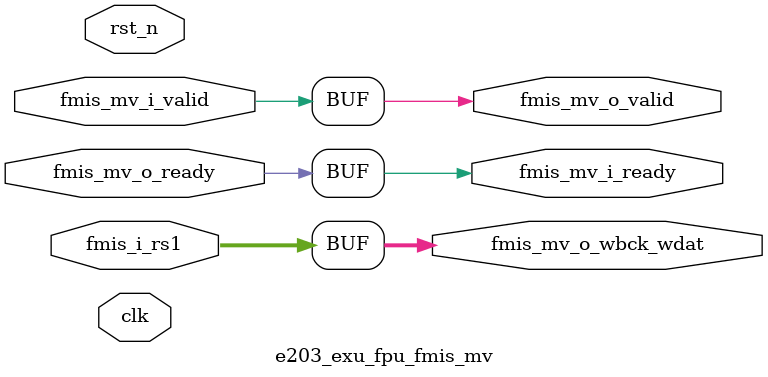
<source format=v>
module e203_exu_fpu_fmis_mv(
    input fmis_mv_i_valid, // Handshake valid
    output fmis_mv_i_ready, // Handshake ready
    input [31:0] fmis_i_rs1,
    output fmis_mv_o_valid, // Handshake valid
    input  fmis_mv_o_ready, // Handshake ready
    input clk,
    input rst_n,
    output [31:0] fmis_mv_o_wbck_wdat
);
  assign fmis_mv_o_valid = fmis_mv_i_valid;
  assign fmis_mv_i_ready = fmis_mv_o_ready;
  assign fmis_mv_o_wbck_wdat = fmis_i_rs1;
endmodule
</source>
